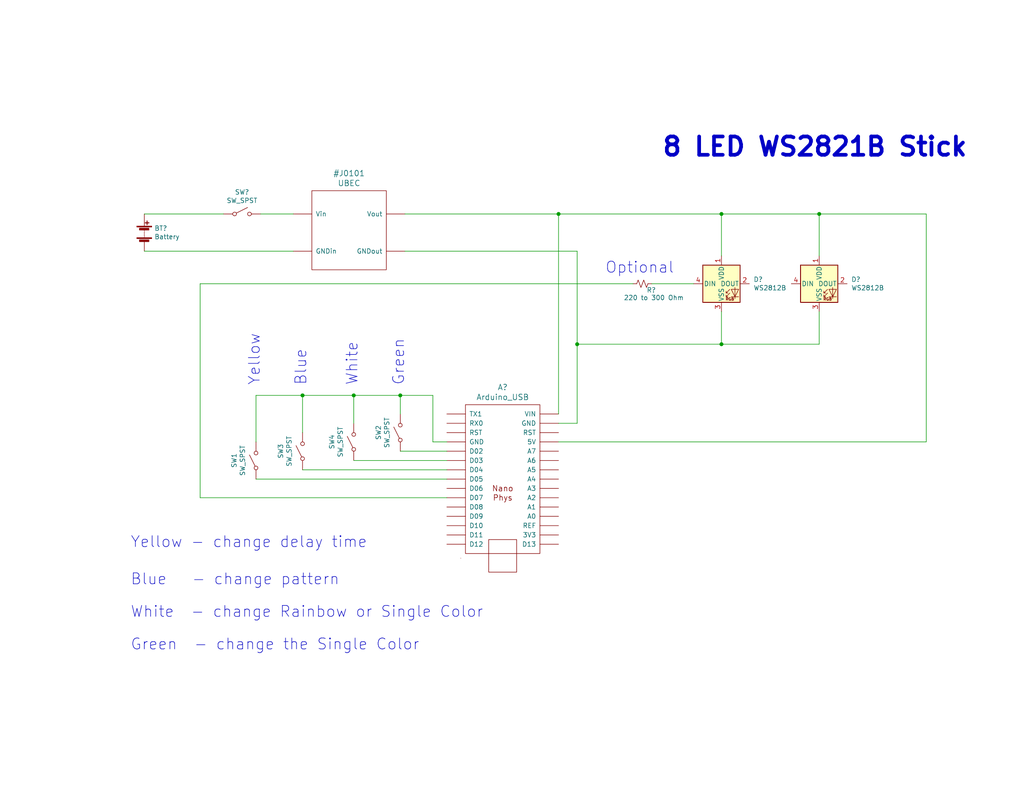
<source format=kicad_sch>
(kicad_sch (version 20230121) (generator eeschema)
  (paper "USLetter")
  (title_block (title "02 Persistence of Vision - Stick") (date "2023-05-13") (company "Author: https://github.com/Mark-MDO47/ArduinoClass/tree/master") (comment 1 "NOTE: Chips & Modules shown top view, notch at top"))
  (lib_symbols
    (symbol "02_PersistenceOfVision_stick-rescue:Arduino_USB-mdoLibrary" (pin_names (offset 1.016))
      (property "Reference" "A" (at 0 0 0))
      (property "Value" "mdoLibrary_Arduino_USB" (at 0 2.54 90))
      (symbol "Arduino_USB-mdoLibrary_0_0"
        (rectangle (start -10.16 20.32) (end 10.16 -20.32))
        (text "Nano" (at 0 -2.54 0) (effects (font (size 1.524 1.524))))
        (text "Phys" (at 0 -5.08 0) (effects (font (size 1.524 1.524))))
      )
      (symbol "Arduino_USB-mdoLibrary_0_1"
        (rectangle (start -11.43 -21.59) (end -11.43 -21.59))
        (rectangle (start 3.81 -25.4) (end -3.81 -16.51))
      )
      (symbol "Arduino_USB-mdoLibrary_1_1"
        (pin input line (at 15.24 -15.24 180) (length 5.08) (name "3V3") (number "~"))
        (pin input line (at 15.24 10.16 180) (length 5.08) (name "5V") (number "~"))
        (pin input line (at 15.24 -10.16 180) (length 5.08) (name "A0") (number "~"))
        (pin input line (at 15.24 -7.62 180) (length 5.08) (name "A1") (number "~"))
        (pin input line (at 15.24 -5.08 180) (length 5.08) (name "A2") (number "~"))
        (pin input line (at 15.24 -2.54 180) (length 5.08) (name "A3") (number "~"))
        (pin input line (at 15.24 0 180) (length 5.08) (name "A4") (number "~"))
        (pin input line (at 15.24 2.54 180) (length 5.08) (name "A5") (number "~"))
        (pin input line (at 15.24 5.08 180) (length 5.08) (name "A6") (number "~"))
        (pin input line (at 15.24 7.62 180) (length 5.08) (name "A7") (number "~"))
        (pin input line (at -15.24 7.62 0) (length 5.08) (name "D02") (number "~"))
        (pin input line (at -15.24 5.08 0) (length 5.08) (name "D03") (number "~"))
        (pin input line (at -15.24 2.54 0) (length 5.08) (name "D04") (number "~"))
        (pin input line (at -15.24 0 0) (length 5.08) (name "D05") (number "~"))
        (pin input line (at -15.24 -2.54 0) (length 5.08) (name "D06") (number "~"))
        (pin input line (at -15.24 -5.08 0) (length 5.08) (name "D07") (number "~"))
        (pin input line (at -15.24 -7.62 0) (length 5.08) (name "D08") (number "~"))
        (pin input line (at -15.24 -10.16 0) (length 5.08) (name "D09") (number "~"))
        (pin input line (at -15.24 -12.7 0) (length 5.08) (name "D10") (number "~"))
        (pin input line (at -15.24 -15.24 0) (length 5.08) (name "D11") (number "~"))
        (pin input line (at -15.24 -17.78 0) (length 5.08) (name "D12") (number "~"))
        (pin input line (at 15.24 -17.78 180) (length 5.08) (name "D13") (number "~"))
        (pin input line (at -15.24 10.16 0) (length 5.08) (name "GND") (number "~"))
        (pin input line (at 15.24 15.24 180) (length 5.08) (name "GND") (number "~"))
        (pin input line (at 15.24 -12.7 180) (length 5.08) (name "REF") (number "~"))
        (pin input line (at -15.24 12.7 0) (length 5.08) (name "RST") (number "~"))
        (pin input line (at 15.24 12.7 180) (length 5.08) (name "RST") (number "~"))
        (pin input line (at -15.24 15.24 0) (length 5.08) (name "RX0") (number "~"))
        (pin input line (at -15.24 17.78 0) (length 5.08) (name "TX1") (number "~"))
        (pin input line (at 15.24 17.78 180) (length 5.08) (name "VIN") (number "~"))
      )
    )
    (symbol "02_PersistenceOfVision_stick-rescue:SW_SPST-mdoLibrary" (pin_names (offset 0) hide)
      (property "Reference" "SW" (at 0 3.175 0))
      (property "Value" "mdoLibrary_SW_SPST" (at 0 -2.54 0))
      (symbol "SW_SPST-mdoLibrary_0_0"
        (circle (center -2.032 0) (radius 0.508))
        (polyline (pts (xy -1.524 0.254) (xy 1.524 1.778)))
        (circle (center 2.032 0) (radius 0.508))
      )
      (symbol "SW_SPST-mdoLibrary_1_1"
        (pin passive line (at -5.08 0 0) (length 2.54) (name "A") (number "~"))
        (pin passive line (at 5.08 0 180) (length 2.54) (name "B") (number "~"))
      )
    )
    (symbol "02_PersistenceOfVision_stick-rescue:UBEC-mdoLibrary" (power) (pin_names (offset 1.016))
      (property "Reference" "J" (at 0 0 0))
      (property "Value" "UBEC-mdoLibrary" (at 0 2.54 0))
      (symbol "UBEC-mdoLibrary_0_1"
        (rectangle (start -7.62 12.7) (end 12.7 -8.89))
      )
      (symbol "UBEC-mdoLibrary_1_0"
        (pin input line (at -12.7 -3.81 0) (length 5.08) (name "GNDin") (number "~"))
        (pin input line (at 17.78 -3.81 180) (length 5.08) (name "GNDout") (number "~"))
        (pin input line (at -12.7 6.35 0) (length 5.08) (name "Vin") (number "~"))
        (pin input line (at 17.78 6.35 180) (length 5.08) (name "Vout") (number "~"))
      )
    )
    (symbol "Device:Battery" (pin_numbers hide) (pin_names (offset 0) hide)
      (property "Reference" "BT" (at 2.54 2.54 0))
      (property "Value" "Battery" (at 2.54 0 0))
      (symbol "Battery_0_1"
        (rectangle (start -2.032 -1.397) (end 2.032 -1.651) (fill (type outline)))
        (rectangle (start -2.032 1.778) (end 2.032 1.524) (fill (type outline)))
        (rectangle (start -1.3208 -1.9812) (end 1.27 -2.4892) (fill (type outline)))
        (rectangle (start -1.3208 1.1938) (end 1.27 0.6858) (fill (type outline)))
        (polyline (pts (xy 0 -1.524) (xy 0 -1.27)))
        (polyline (pts (xy 0 -1.016) (xy 0 -0.762)))
        (polyline (pts (xy 0 -0.508) (xy 0 -0.254)))
        (polyline (pts (xy 0 0) (xy 0 0.254)))
        (polyline (pts (xy 0 0.508) (xy 0 0.762)))
        (polyline (pts (xy 0 1.778) (xy 0 2.54)))
        (polyline (pts (xy 0.254 2.667) (xy 1.27 2.667)) (stroke (width 0.254)))
        (polyline (pts (xy 0.762 3.175) (xy 0.762 2.159)) (stroke (width 0.254)))
      )
      (symbol "Battery_1_1"
        (pin passive line (at 0 5.08 270) (length 2.54) (name "+") (number "1"))
        (pin passive line (at 0 -5.08 90) (length 2.54) (name "-") (number "2"))
      )
    )
    (symbol "Device:R_Small_US" (pin_numbers hide) (pin_names (offset 0.254) hide)
      (property "Reference" "R" (at 0.762 0.508 0))
      (property "Value" "R_Small_US" (at 0.762 -1.016 0))
      (symbol "R_Small_US_1_1"
        (polyline (pts (xy 0 0) (xy 1.016 -0.381) (xy 0 -0.762) (xy -1.016 -1.143) (xy 0 -1.524)))
        (polyline (pts (xy 0 1.524) (xy 1.016 1.143) (xy 0 0.762) (xy -1.016 0.381) (xy 0 0)))
        (pin passive line (at 0 2.54 270) (length 1.016) (name "~") (number "1"))
        (pin passive line (at 0 -2.54 90) (length 1.016) (name "~") (number "2"))
      )
    )
    (symbol "LED:WS2812B" (pin_names (offset 0.254))
      (property "Reference" "D" (at 5.08 5.715 0))
      (property "Value" "WS2812B" (at 1.27 -5.715 0))
      (symbol "WS2812B_0_0"
        (text "RGB" (at 2.286 -4.191 0) (effects (font (size 0.762 0.762))))
      )
      (symbol "WS2812B_0_1"
        (polyline (pts (xy 1.27 -3.556) (xy 1.778 -3.556)))
        (polyline (pts (xy 1.27 -2.54) (xy 1.778 -2.54)))
        (polyline (pts (xy 4.699 -3.556) (xy 2.667 -3.556)))
        (polyline (pts (xy 2.286 -2.54) (xy 1.27 -3.556) (xy 1.27 -3.048)))
        (polyline (pts (xy 2.286 -1.524) (xy 1.27 -2.54) (xy 1.27 -2.032)))
        (polyline (pts (xy 3.683 -1.016) (xy 3.683 -3.556) (xy 3.683 -4.064)))
        (polyline (pts (xy 4.699 -1.524) (xy 2.667 -1.524) (xy 3.683 -3.556) (xy 4.699 -1.524)))
        (rectangle (start 5.08 5.08) (end -5.08 -5.08) (stroke (width 0.254)) (fill (type background)))
      )
      (symbol "WS2812B_1_1"
        (pin power_in line (at 0 7.62 270) (length 2.54) (name "VDD") (number "1"))
        (pin output line (at 7.62 0 180) (length 2.54) (name "DOUT") (number "2"))
        (pin power_in line (at 0 -7.62 90) (length 2.54) (name "VSS") (number "3"))
        (pin input line (at -7.62 0 0) (length 2.54) (name "DIN") (number "4"))
      )
    )
  )
  (junction (at 96.52 107.95))
  (junction (at 196.85 93.98))
  (junction (at 157.48 93.98))
  (junction (at 109.22 107.95))
  (junction (at 152.4 58.42))
  (junction (at 82.55 107.95))
  (junction (at 196.85 58.42))
  (junction (at 223.52 58.42))
  (wire (pts (xy 223.52 93.98) (xy 223.52 85.09)))
  (wire (pts (xy 252.73 58.42) (xy 252.73 120.65)))
  (wire (pts (xy 118.11 120.65) (xy 118.11 107.95)))
  (wire (pts (xy 223.52 69.85) (xy 223.52 58.42)))
  (wire (pts (xy 60.96 58.42) (xy 39.37 58.42)))
  (wire (pts (xy 69.85 130.81) (xy 121.92 130.81)))
  (wire (pts (xy 54.61 77.47) (xy 172.72 77.47)))
  (wire (pts (xy 196.85 85.09) (xy 196.85 93.98)))
  (wire (pts (xy 152.4 113.03) (xy 152.4 58.42)))
  (wire (pts (xy 54.61 77.47) (xy 54.61 135.89)))
  (wire (pts (xy 152.4 120.65) (xy 252.73 120.65)))
  (wire (pts (xy 121.92 120.65) (xy 118.11 120.65)))
  (wire (pts (xy 96.52 107.95) (xy 109.22 107.95)))
  (wire (pts (xy 82.55 128.27) (xy 121.92 128.27)))
  (wire (pts (xy 80.01 68.58) (xy 39.37 68.58)))
  (wire (pts (xy 157.48 115.57) (xy 157.48 93.98)))
  (wire (pts (xy 152.4 58.42) (xy 196.85 58.42)))
  (wire (pts (xy 110.49 58.42) (xy 152.4 58.42)))
  (wire (pts (xy 196.85 93.98) (xy 223.52 93.98)))
  (wire (pts (xy 109.22 107.95) (xy 109.22 113.03)))
  (wire (pts (xy 82.55 107.95) (xy 69.85 107.95)))
  (wire (pts (xy 54.61 135.89) (xy 121.92 135.89)))
  (wire (pts (xy 69.85 107.95) (xy 69.85 120.65)))
  (wire (pts (xy 96.52 107.95) (xy 82.55 107.95)))
  (wire (pts (xy 157.48 93.98) (xy 157.48 68.58)))
  (wire (pts (xy 252.73 58.42) (xy 223.52 58.42)))
  (wire (pts (xy 177.8 77.47) (xy 189.23 77.47)))
  (wire (pts (xy 109.22 107.95) (xy 118.11 107.95)))
  (wire (pts (xy 80.01 58.42) (xy 71.12 58.42)))
  (wire (pts (xy 152.4 115.57) (xy 157.48 115.57)))
  (wire (pts (xy 223.52 58.42) (xy 196.85 58.42)))
  (wire (pts (xy 196.85 69.85) (xy 196.85 58.42)))
  (wire (pts (xy 109.22 123.19) (xy 121.92 123.19)))
  (wire (pts (xy 157.48 68.58) (xy 110.49 68.58)))
  (wire (pts (xy 196.85 93.98) (xy 157.48 93.98)))
  (wire (pts (xy 96.52 125.73) (xy 121.92 125.73)))
  (wire (pts (xy 82.55 107.95) (xy 82.55 118.11)))
  (wire (pts (xy 96.52 107.95) (xy 96.52 115.57)))
  (text "8 LED WS2821B Stick" (at 180.34 43.18 0) (effects (font (size 5.0038 5.0038) (thickness 1.0008) bold) (justify left bottom)))
  (text "Yellow - change delay time" (at 35.56 149.86 0) (effects (font (size 2.9972 2.9972)) (justify left bottom)))
  (text "White" (at 97.79 105.41 90) (effects (font (size 2.9972 2.9972)) (justify left bottom)))
  (text "Blue" (at 83.82 105.41 90) (effects (font (size 2.9972 2.9972)) (justify left bottom)))
  (text "Green" (at 110.49 105.41 90) (effects (font (size 2.9972 2.9972)) (justify left bottom)))
  (text "Green  - change the Single Color" (at 35.56 177.8 0) (effects (font (size 2.9972 2.9972)) (justify left bottom)))
  (text "Optional" (at 165.1 74.93 0) (effects (font (size 2.9972 2.9972)) (justify left bottom)))
  (text "Yellow" (at 71.12 105.41 90) (effects (font (size 2.9972 2.9972)) (justify left bottom)))
  (text "Blue   - change pattern" (at 35.56 160.02 0) (effects (font (size 2.9972 2.9972)) (justify left bottom)))
  (text "White  - change Rainbow or Single Color" (at 35.56 168.91 0) (effects (font (size 2.9972 2.9972)) (justify left bottom)))
  (symbol (lib_id "Device:R_Small_US") (at 175.26 77.47 270) (unit 1)
    (property "Reference" "R?" (at 176.4284 79.1972 90) (effects (justify left)))
    (property "Value" "220 to 300 Ohm" (at 170.18 81.28 90) (effects (justify left)))
  )
  (symbol (lib_id "02_PersistenceOfVision_stick-rescue:Arduino_USB-mdoLibrary") (at 137.16 130.81 0) (unit 1)
    (property "Reference" "A?" (at 137.16 105.7402 0) (effects (font (size 1.524 1.524))))
    (property "Value" "Arduino_USB" (at 137.16 108.4326 0) (effects (font (size 1.524 1.524))))
  )
  (symbol (lib_id "LED:WS2812B") (at 196.85 77.47 0) (unit 1)
    (property "Reference" "D?" (at 205.5876 76.3016 0) (effects (justify left)))
    (property "Value" "WS2812B" (at 205.5876 78.613 0) (effects (justify left)))
    (property "Footprint" "LED_SMD:LED_WS2812B_PLCC4_5.0x5.0mm_P3.2mm" (effects hide))
    (property "Datasheet" "https://cdn-shop.adafruit.com/datasheets/WS2812B.pdf" (effects hide))
  )
  (symbol (lib_id "LED:WS2812B") (at 223.52 77.47 0) (unit 1)
    (property "Reference" "D?" (at 232.2576 76.3016 0) (effects (justify left)))
    (property "Value" "WS2812B" (at 232.2576 78.613 0) (effects (justify left)))
    (property "Footprint" "LED_SMD:LED_WS2812B_PLCC4_5.0x5.0mm_P3.2mm" (effects hide))
    (property "Datasheet" "https://cdn-shop.adafruit.com/datasheets/WS2812B.pdf" (effects hide))
  )
  (symbol (lib_id "02_PersistenceOfVision_stick-rescue:UBEC-mdoLibrary") (at 92.71 64.77 0) (unit 1)
    (property "Reference" "J?" (at 95.25 47.3202 0) (effects (font (size 1.524 1.524))))
    (property "Value" "UBEC" (at 95.25 50.0126 0) (effects (font (size 1.524 1.524))))
  )
  (symbol (lib_id "Device:Battery") (at 39.37 63.5 0) (unit 1)
    (property "Reference" "BT?" (at 42.1132 62.3316 0) (effects (justify left)))
    (property "Value" "Battery" (at 42.1132 64.643 0) (effects (justify left)))
  )
  (symbol (lib_id "02_PersistenceOfVision_stick-rescue:SW_SPST-mdoLibrary") (at 66.04 58.42 0) (unit 1)
    (property "Reference" "SW?" (at 66.04 52.451 0))
    (property "Value" "SW_SPST" (at 66.04 54.7624 0))
  )
  (symbol (lib_id "02_PersistenceOfVision_stick-rescue:SW_SPST-mdoLibrary") (at 109.22 118.11 90) (unit 1)
    (property "Reference" "SW2" (at 103.251 118.11 0))
    (property "Value" "SW_SPST" (at 105.5624 118.11 0))
  )
  (symbol (lib_id "02_PersistenceOfVision_stick-rescue:SW_SPST-mdoLibrary") (at 82.55 123.19 90) (unit 1)
    (property "Reference" "SW3" (at 76.581 123.19 0))
    (property "Value" "SW_SPST" (at 78.8924 123.19 0))
  )
  (symbol (lib_id "02_PersistenceOfVision_stick-rescue:SW_SPST-mdoLibrary") (at 69.85 125.73 90) (unit 1)
    (property "Reference" "SW1" (at 63.881 125.73 0))
    (property "Value" "SW_SPST" (at 66.1924 125.73 0))
  )
  (symbol (lib_id "02_PersistenceOfVision_stick-rescue:SW_SPST-mdoLibrary") (at 96.52 120.65 90) (unit 1)
    (property "Reference" "SW4" (at 90.551 120.65 0))
    (property "Value" "SW_SPST" (at 92.8624 120.65 0))
  )
)
</source>
